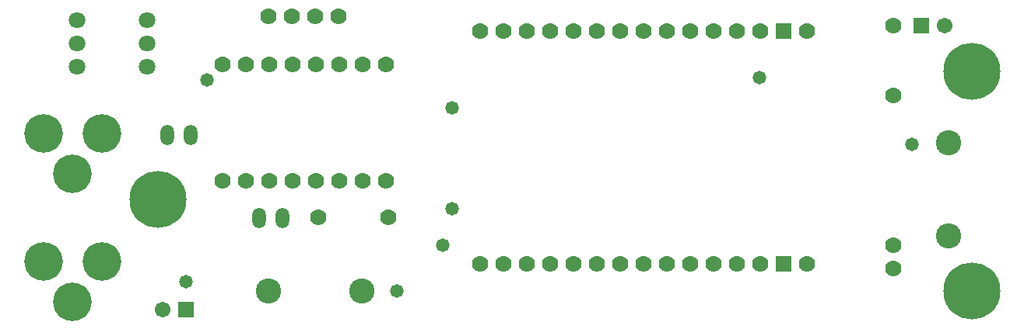
<source format=gts>
G04 Layer_Color=8388736*
%FSLAX24Y24*%
%MOIN*%
G70*
G01*
G75*
%ADD27C,0.1080*%
%ADD28C,0.0700*%
%ADD29C,0.1655*%
%ADD30O,0.0580X0.0880*%
%ADD31C,0.0700*%
%ADD32R,0.0671X0.0671*%
%ADD33C,0.0671*%
%ADD34R,0.0700X0.0700*%
%ADD35C,0.0710*%
%ADD36C,0.2442*%
%ADD37C,0.0580*%
G54D27*
X42030Y27380D02*
D03*
Y31380D02*
D03*
X16896Y25018D02*
D03*
X12896D02*
D03*
G54D28*
X39668Y25987D02*
D03*
Y26987D02*
D03*
X18015Y28188D02*
D03*
X15015D02*
D03*
X39648Y36435D02*
D03*
Y33435D02*
D03*
G54D29*
X4511Y24550D02*
D03*
X3270Y26286D02*
D03*
X5751D02*
D03*
X4511Y30061D02*
D03*
X3270Y31798D02*
D03*
X5751D02*
D03*
G54D30*
X8566Y31711D02*
D03*
X9566D02*
D03*
X12503Y28168D02*
D03*
X13503D02*
D03*
G54D31*
X10928Y29742D02*
D03*
X11928D02*
D03*
X12928D02*
D03*
X13928D02*
D03*
X14928D02*
D03*
X15928D02*
D03*
X16928D02*
D03*
X17928D02*
D03*
Y34742D02*
D03*
X16928D02*
D03*
X15928D02*
D03*
X14928D02*
D03*
X13928D02*
D03*
X12928D02*
D03*
X11928D02*
D03*
X10928D02*
D03*
X15896Y36829D02*
D03*
X14896D02*
D03*
X13896D02*
D03*
X12896D02*
D03*
X21952Y26199D02*
D03*
X22952D02*
D03*
X23952D02*
D03*
X24952D02*
D03*
X25952D02*
D03*
X26952D02*
D03*
X27952D02*
D03*
X28952D02*
D03*
X29952D02*
D03*
X30952D02*
D03*
X31952D02*
D03*
X32952D02*
D03*
X33952D02*
D03*
X35952D02*
D03*
Y36199D02*
D03*
X33952D02*
D03*
X32952D02*
D03*
X31952D02*
D03*
X30952D02*
D03*
X29952D02*
D03*
X28952D02*
D03*
X27952D02*
D03*
X26952D02*
D03*
X25952D02*
D03*
X24952D02*
D03*
X23952D02*
D03*
X22952D02*
D03*
X21952D02*
D03*
G54D32*
X9353Y24231D02*
D03*
X40849Y36435D02*
D03*
G54D33*
X8353Y24231D02*
D03*
X41849Y36435D02*
D03*
G54D34*
X34952Y36199D02*
D03*
Y26199D02*
D03*
G54D35*
X7704Y34648D02*
D03*
Y35648D02*
D03*
Y36648D02*
D03*
X4704D02*
D03*
Y35648D02*
D03*
Y34648D02*
D03*
G54D36*
X8172Y28955D02*
D03*
X43015Y34467D02*
D03*
Y25018D02*
D03*
G54D37*
X40456Y31317D02*
D03*
X33945Y34192D02*
D03*
X10259Y34073D02*
D03*
X20770Y32892D02*
D03*
Y28561D02*
D03*
X20377Y26987D02*
D03*
X18408Y25018D02*
D03*
X9353Y25412D02*
D03*
M02*

</source>
